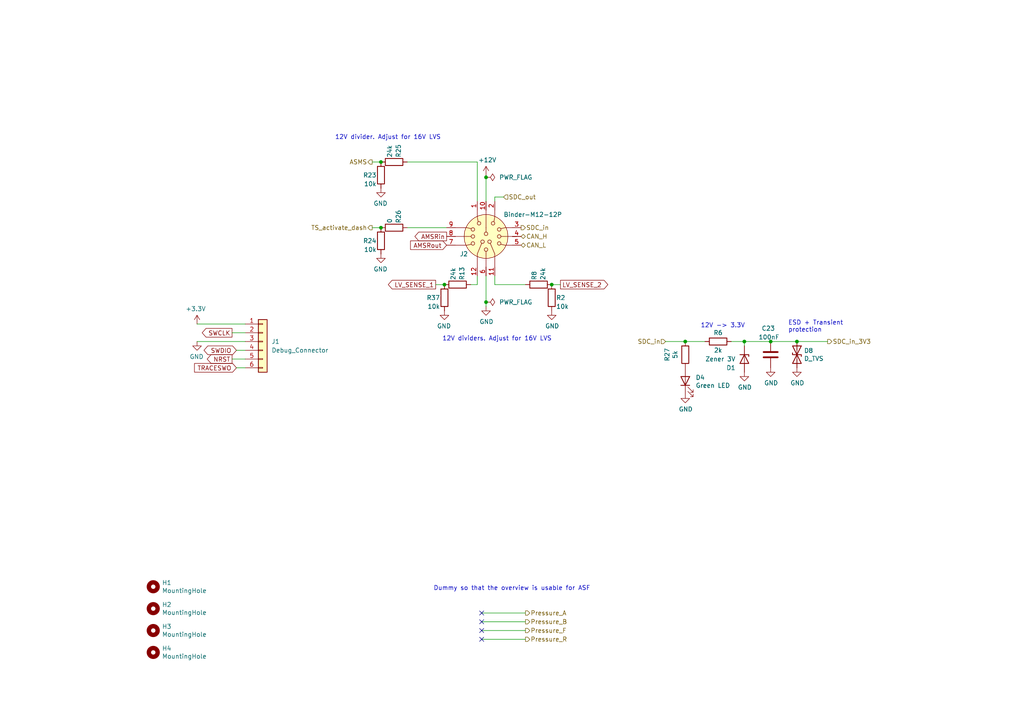
<source format=kicad_sch>
(kicad_sch (version 20211123) (generator eeschema)
  (paper "A4")
  (title_block (title "SDCL - Connections") (date "2021-12-16") (rev "v1.0") (company "FaSTTUBe - Formula Student Team TU Berlin") (comment 1 "Car 113") (comment 2 "EBS Electronics") (comment 3 "Electrical connections: Power, Programming, Buttons, CAN, SDC"))
  (lib_symbols
    (symbol "Connector_Generic:Conn_01x06" (pin_names (offset 1.016) hide)
      (property "Reference" "J" (at 0 7.62 0))
      (property "Value" "Conn_01x06" (at 0 -10.16 0))
      (symbol "Conn_01x06_1_1"
        (rectangle (start -1.27 -7.493) (end 0 -7.747) (stroke (width 0.1524)))
        (rectangle (start -1.27 -4.953) (end 0 -5.207) (stroke (width 0.1524)))
        (rectangle (start -1.27 -2.413) (end 0 -2.667) (stroke (width 0.1524)))
        (rectangle (start -1.27 0.127) (end 0 -0.127) (stroke (width 0.1524)))
        (rectangle (start -1.27 2.667) (end 0 2.413) (stroke (width 0.1524)))
        (rectangle (start -1.27 5.207) (end 0 4.953) (stroke (width 0.1524)))
        (rectangle (start -1.27 6.35) (end 1.27 -8.89) (stroke (width 0.254)) (fill (type background)))
        (pin passive line (at -5.08 5.08 0) (length 3.81) (name "Pin_1") (number "1"))
        (pin passive line (at -5.08 2.54 0) (length 3.81) (name "Pin_2") (number "2"))
        (pin passive line (at -5.08 0 0) (length 3.81) (name "Pin_3") (number "3"))
        (pin passive line (at -5.08 -2.54 0) (length 3.81) (name "Pin_4") (number "4"))
        (pin passive line (at -5.08 -5.08 0) (length 3.81) (name "Pin_5") (number "5"))
        (pin passive line (at -5.08 -7.62 0) (length 3.81) (name "Pin_6") (number "6"))
      )
    )
    (symbol "Custom:Binder-M12-12P" (pin_names (offset 1.016))
      (property "Reference" "J" (at -6.985 -5.715 0))
      (property "Value" "Binder-M12-12P" (at 4.572 6.858 0))
      (symbol "Binder-M12-12P_0_1"
        (circle (center -3.81 2.032) (radius 0.508))
        (circle (center -1.016 -1.524) (radius 0.508))
        (circle (center 0 -3.81) (radius 0.508))
        (polyline (pts (xy -8.89 -2.54) (xy -6.35 -2.54)))
        (polyline (pts (xy -8.89 2.54) (xy -6.35 2.54)))
        (polyline (pts (xy -2.54 -5.08) (xy -2.54 -8.89)))
        (polyline (pts (xy -2.54 6.35) (xy -2.54 7.62)))
        (polyline (pts (xy -1.2446 -1.9558) (xy -2.54 -5.08)))
        (polyline (pts (xy 0 -4.318) (xy 0 -8.89)))
        (polyline (pts (xy 0 2.54) (xy 0 1.27)))
        (polyline (pts (xy 0 2.54) (xy 0 7.62)))
        (polyline (pts (xy 1.2192 -1.9812) (xy 2.54 -5.08)))
        (polyline (pts (xy 2.54 -5.08) (xy 2.54 -8.89)))
        (polyline (pts (xy 2.54 6.35) (xy 2.54 7.62)))
        (polyline (pts (xy 6.35 -2.54) (xy 7.62 -2.54)))
        (polyline (pts (xy 6.35 2.54) (xy 7.62 2.54)))
        (polyline (pts (xy -6.35 2.54) (xy -5.588 2.54) (xy -4.318 2.286)))
        (polyline (pts (xy 6.35 2.54) (xy 5.588 2.54) (xy 4.318 2.286)))
        (circle (center 0 0) (radius 6.35) (fill (type background)))
        (circle (center 0 0.762) (radius 0.508))
        (circle (center 1.016 -1.524) (radius 0.508))
        (circle (center 3.81 2.032) (radius 0.508))
      )
      (symbol "Binder-M12-12P_1_1"
        (circle (center -3.81 -2.032) (radius 0.508))
        (circle (center -3.81 0) (radius 0.508))
        (circle (center -2.032 3.81) (radius 0.508))
        (polyline (pts (xy -4.318 0) (xy -8.89 0)))
        (polyline (pts (xy 4.318 0) (xy 8.89 0)))
        (polyline (pts (xy -6.35 -2.54) (xy -5.588 -2.54) (xy -4.318 -2.286)))
        (polyline (pts (xy -2.54 6.35) (xy -2.54 5.588) (xy -2.286 4.318)))
        (polyline (pts (xy 2.54 6.35) (xy 2.54 5.588) (xy 2.286 4.318)))
        (polyline (pts (xy 6.35 -2.54) (xy 5.588 -2.54) (xy 4.318 -2.286)))
        (circle (center 2.032 3.81) (radius 0.508))
        (circle (center 3.81 -2.032) (radius 0.508))
        (circle (center 3.81 0) (radius 0.508))
        (pin passive line (at -2.54 10.16 270) (length 2.54) (name "~") (number "1"))
        (pin passive line (at 0 10.16 270) (length 2.54) (name "~") (number "10"))
        (pin passive line (at 2.54 -11.43 90) (length 2.54) (name "~") (number "11"))
        (pin passive line (at -2.54 -11.43 90) (length 2.54) (name "~") (number "12"))
        (pin passive line (at 2.54 10.16 270) (length 2.54) (name "~") (number "2"))
        (pin passive line (at 10.16 2.54 180) (length 2.54) (name "~") (number "3"))
        (pin passive line (at 10.16 0 180) (length 2.54) (name "~") (number "4"))
        (pin passive line (at 10.16 -2.54 180) (length 2.54) (name "~") (number "5"))
        (pin passive line (at 0 -11.43 90) (length 2.54) (name "~") (number "6"))
        (pin passive line (at -11.43 -2.54 0) (length 2.54) (name "~") (number "7"))
        (pin passive line (at -11.43 0 0) (length 2.54) (name "~") (number "8"))
        (pin passive line (at -11.43 2.54 0) (length 2.54) (name "~") (number "9"))
      )
    )
    (symbol "Device:C" (pin_numbers hide) (pin_names (offset 0.254))
      (property "Reference" "C" (at 0.635 2.54 0))
      (property "Value" "C" (at 0.635 -2.54 0))
      (symbol "C_0_1"
        (polyline (pts (xy -2.032 -0.762) (xy 2.032 -0.762)) (stroke (width 0.508)))
        (polyline (pts (xy -2.032 0.762) (xy 2.032 0.762)) (stroke (width 0.508)))
      )
      (symbol "C_1_1"
        (pin passive line (at 0 3.81 270) (length 2.794) (name "~") (number "1"))
        (pin passive line (at 0 -3.81 90) (length 2.794) (name "~") (number "2"))
      )
    )
    (symbol "Device:D_TVS" (pin_numbers hide) (pin_names (offset 1.016) hide)
      (property "Reference" "D" (at 0 2.54 0))
      (property "Value" "D_TVS" (at 0 -2.54 0))
      (symbol "D_TVS_0_1"
        (polyline (pts (xy 1.27 0) (xy -1.27 0)))
        (polyline (pts (xy 0.508 1.27) (xy 0 1.27) (xy 0 -1.27) (xy -0.508 -1.27)) (stroke (width 0.254)))
        (polyline (pts (xy -2.54 1.27) (xy -2.54 -1.27) (xy 2.54 1.27) (xy 2.54 -1.27) (xy -2.54 1.27)) (stroke (width 0.254)))
      )
      (symbol "D_TVS_1_1"
        (pin passive line (at -3.81 0 0) (length 2.54) (name "A1") (number "1"))
        (pin passive line (at 3.81 0 180) (length 2.54) (name "A2") (number "2"))
      )
    )
    (symbol "Device:D_Zener" (pin_numbers hide) (pin_names (offset 1.016) hide)
      (property "Reference" "D" (at 0 2.54 0))
      (property "Value" "D_Zener" (at 0 -2.54 0))
      (symbol "D_Zener_0_1"
        (polyline (pts (xy 1.27 0) (xy -1.27 0)))
        (polyline (pts (xy -1.27 -1.27) (xy -1.27 1.27) (xy -0.762 1.27)) (stroke (width 0.254)))
        (polyline (pts (xy 1.27 -1.27) (xy 1.27 1.27) (xy -1.27 0) (xy 1.27 -1.27)) (stroke (width 0.254)))
      )
      (symbol "D_Zener_1_1"
        (pin passive line (at -3.81 0 0) (length 2.54) (name "K") (number "1"))
        (pin passive line (at 3.81 0 180) (length 2.54) (name "A") (number "2"))
      )
    )
    (symbol "Device:LED" (pin_numbers hide) (pin_names (offset 1.016) hide)
      (property "Reference" "D" (at 0 2.54 0))
      (property "Value" "LED" (at 0 -2.54 0))
      (symbol "LED_0_1"
        (polyline (pts (xy -1.27 -1.27) (xy -1.27 1.27)) (stroke (width 0.254)))
        (polyline (pts (xy -1.27 0) (xy 1.27 0)))
        (polyline (pts (xy 1.27 -1.27) (xy 1.27 1.27) (xy -1.27 0) (xy 1.27 -1.27)) (stroke (width 0.254)))
        (polyline (pts (xy -3.048 -0.762) (xy -4.572 -2.286) (xy -3.81 -2.286) (xy -4.572 -2.286) (xy -4.572 -1.524)))
        (polyline (pts (xy -1.778 -0.762) (xy -3.302 -2.286) (xy -2.54 -2.286) (xy -3.302 -2.286) (xy -3.302 -1.524)))
      )
      (symbol "LED_1_1"
        (pin passive line (at -3.81 0 0) (length 2.54) (name "K") (number "1"))
        (pin passive line (at 3.81 0 180) (length 2.54) (name "A") (number "2"))
      )
    )
    (symbol "Device:R" (pin_numbers hide) (pin_names (offset 0))
      (property "Reference" "R" (at 2.032 0 90))
      (property "Value" "R" (at 0 0 90))
      (symbol "R_0_1"
        (rectangle (start -1.016 -2.54) (end 1.016 2.54) (stroke (width 0.254)))
      )
      (symbol "R_1_1"
        (pin passive line (at 0 3.81 270) (length 1.27) (name "~") (number "1"))
        (pin passive line (at 0 -3.81 90) (length 1.27) (name "~") (number "2"))
      )
    )
    (symbol "Mechanical:MountingHole" (pin_names (offset 1.016))
      (property "Reference" "H" (at 0 5.08 0))
      (property "Value" "MountingHole" (at 0 3.175 0))
      (symbol "MountingHole_0_1"
        (circle (center 0 0) (radius 1.27) (stroke (width 1.27)))
      )
    )
    (symbol "power:+12V" (power) (pin_names (offset 0))
      (property "Value" "+12V" (at 0 3.556 0))
      (symbol "+12V_0_1"
        (polyline (pts (xy -0.762 1.27) (xy 0 2.54)))
        (polyline (pts (xy 0 0) (xy 0 2.54)))
        (polyline (pts (xy 0 2.54) (xy 0.762 1.27)))
      )
      (symbol "+12V_1_1"
        (pin power_in line (at 0 0 90) (length 0) hide (name "+12V") (number "1"))
      )
    )
    (symbol "power:+3.3V" (power) (pin_names (offset 0))
      (property "Value" "+3.3V" (at 0 3.556 0))
      (symbol "+3.3V_0_1"
        (polyline (pts (xy -0.762 1.27) (xy 0 2.54)))
        (polyline (pts (xy 0 0) (xy 0 2.54)))
        (polyline (pts (xy 0 2.54) (xy 0.762 1.27)))
      )
      (symbol "+3.3V_1_1"
        (pin power_in line (at 0 0 90) (length 0) hide (name "+3.3V") (number "1"))
      )
    )
    (symbol "power:GND" (power) (pin_names (offset 0))
      (property "Value" "GND" (at 0 -3.81 0))
      (symbol "GND_0_1"
        (polyline (pts (xy 0 0) (xy 0 -1.27) (xy 1.27 -1.27) (xy 0 -2.54) (xy -1.27 -1.27) (xy 0 -1.27)))
      )
      (symbol "GND_1_1"
        (pin power_in line (at 0 0 270) (length 0) hide (name "GND") (number "1"))
      )
    )
    (symbol "power:PWR_FLAG" (power) (pin_numbers hide) (pin_names (offset 0) hide)
      (property "Value" "PWR_FLAG" (at 0 3.81 0))
      (symbol "PWR_FLAG_0_0"
        (pin power_out line (at 0 0 90) (length 0) (name "pwr") (number "1"))
      )
      (symbol "PWR_FLAG_0_1"
        (polyline (pts (xy 0 0) (xy 0 1.27) (xy -1.016 1.905) (xy 0 2.54) (xy 1.016 1.905) (xy 0 1.27)))
      )
    )
  )
  (junction (at 215.9 99.06))
  (junction (at 231.14 99.06))
  (junction (at 110.49 66.04))
  (junction (at 140.97 51.435))
  (junction (at 128.905 82.55))
  (junction (at 110.49 46.99))
  (junction (at 198.755 99.06))
  (junction (at 160.02 82.55))
  (junction (at 223.52 99.06))
  (junction (at 140.97 87.63))
  (no_connect (at 139.7 185.42))
  (no_connect (at 139.7 180.34))
  (no_connect (at 139.7 177.8))
  (no_connect (at 139.7 182.88))
  (wire (pts (xy 140.97 87.63) (xy 140.97 88.9)))
  (wire (pts (xy 68.58 101.6) (xy 71.12 101.6)))
  (wire (pts (xy 68.58 106.68) (xy 71.12 106.68)))
  (wire (pts (xy 215.9 99.06) (xy 223.52 99.06)))
  (wire (pts (xy 67.31 104.14) (xy 71.12 104.14)))
  (wire (pts (xy 215.9 100.33) (xy 215.9 99.06)))
  (wire (pts (xy 223.52 99.06) (xy 231.14 99.06)))
  (wire (pts (xy 118.11 46.99) (xy 138.43 46.99)))
  (wire (pts (xy 107.95 66.04) (xy 110.49 66.04)))
  (wire (pts (xy 198.755 99.06) (xy 204.47 99.06)))
  (wire (pts (xy 57.15 93.98) (xy 71.12 93.98)))
  (wire (pts (xy 139.7 177.8) (xy 152.4 177.8)))
  (wire (pts (xy 136.525 82.55) (xy 138.43 82.55)))
  (wire (pts (xy 126.365 82.55) (xy 128.905 82.55)))
  (wire (pts (xy 193.04 99.06) (xy 198.755 99.06)))
  (wire (pts (xy 140.97 80.01) (xy 140.97 87.63)))
  (wire (pts (xy 143.51 57.15) (xy 146.05 57.15)))
  (wire (pts (xy 57.15 99.06) (xy 71.12 99.06)))
  (wire (pts (xy 118.11 66.04) (xy 129.54 66.04)))
  (wire (pts (xy 143.51 82.55) (xy 152.4 82.55)))
  (wire (pts (xy 143.51 58.42) (xy 143.51 57.15)))
  (wire (pts (xy 138.43 46.99) (xy 138.43 58.42)))
  (wire (pts (xy 107.95 46.99) (xy 110.49 46.99)))
  (wire (pts (xy 143.51 80.01) (xy 143.51 82.55)))
  (wire (pts (xy 140.97 50.8) (xy 140.97 51.435)))
  (wire (pts (xy 139.7 185.42) (xy 152.4 185.42)))
  (wire (pts (xy 139.7 180.34) (xy 152.4 180.34)))
  (wire (pts (xy 138.43 82.55) (xy 138.43 80.01)))
  (wire (pts (xy 162.56 82.55) (xy 160.02 82.55)))
  (wire (pts (xy 67.31 96.52) (xy 71.12 96.52)))
  (wire (pts (xy 231.14 99.06) (xy 240.03 99.06)))
  (wire (pts (xy 212.09 99.06) (xy 215.9 99.06)))
  (wire (pts (xy 140.97 51.435) (xy 140.97 58.42)))
  (wire (pts (xy 139.7 182.88) (xy 152.4 182.88)))
  (text "Dummy so that the overview is usable for ASF" (at 125.73 171.45 0) (effects (font (size 1.27 1.27)) (justify left bottom)))
  (text "12V -> 3.3V" (at 203.2 95.25 0) (effects (font (size 1.27 1.27)) (justify left bottom)))
  (text "12V dividers. Adjust for 16V LVS" (at 128.27 99.06 0) (effects (font (size 1.27 1.27)) (justify left bottom)))
  (text "ESD + Transient\nprotection" (at 228.6 96.52 0) (effects (font (size 1.27 1.27)) (justify left bottom)))
  (text "12V divider. Adjust for 16V LVS" (at 97.155 40.64 0) (effects (font (size 1.27 1.27)) (justify left bottom)))
  (global_label "LV_SENSE_2" (shape output) (at 162.56 82.55 0) (property "Intersheet References" "${INTERSHEET_REFS}" (effects hide)))
  (global_label "AMSRin" (shape output) (at 129.54 68.58 180) (property "Intersheet References" "${INTERSHEET_REFS}" (effects hide)))
  (global_label "AMSRout" (shape input) (at 129.54 71.12 180) (property "Intersheet References" "${INTERSHEET_REFS}" (effects hide)))
  (global_label "LV_SENSE_1" (shape output) (at 126.365 82.55 180) (property "Intersheet References" "${INTERSHEET_REFS}" (effects hide)))
  (global_label "TRACESWO" (shape input) (at 68.58 106.68 180) (property "Intersheet References" "${INTERSHEET_REFS}" (effects hide)))
  (global_label "NRST" (shape output) (at 67.31 104.14 180) (property "Intersheet References" "${INTERSHEET_REFS}" (effects hide)))
  (global_label "SWCLK" (shape output) (at 67.31 96.52 180) (property "Intersheet References" "${INTERSHEET_REFS}" (effects hide)))
  (global_label "SWDIO" (shape bidirectional) (at 68.58 101.6 180) (property "Intersheet References" "${INTERSHEET_REFS}" (effects hide)))
  (hierarchical_label "SDC_in_3V3" (shape output) (at 240.03 99.06 0))
  (hierarchical_label "Pressure_R" (shape output) (at 152.4 185.42 0))
  (hierarchical_label "SDC_out" (shape input) (at 146.05 57.15 0))
  (hierarchical_label "TS_activate_dash" (shape output) (at 107.95 66.04 180))
  (hierarchical_label "Pressure_B" (shape output) (at 152.4 180.34 0))
  (hierarchical_label "ASMS" (shape output) (at 107.95 46.99 180))
  (hierarchical_label "SDC_in" (shape output) (at 151.13 66.04 0))
  (hierarchical_label "CAN_H" (shape bidirectional) (at 151.13 68.58 0))
  (hierarchical_label "Pressure_F" (shape output) (at 152.4 182.88 0))
  (hierarchical_label "SDC_in" (shape input) (at 193.04 99.06 180))
  (hierarchical_label "CAN_L" (shape bidirectional) (at 151.13 71.12 0))
  (hierarchical_label "Pressure_A" (shape output) (at 152.4 177.8 0))
  (symbol (lib_id "Device:R") (at 208.28 99.06 90) (mirror x) (unit 1)
    (property "Reference" "R6" (at 208.28 96.52 90))
    (property "Value" "2k" (at 208.28 101.6 90))
    (property "Footprint" "Resistor_SMD:R_0603_1608Metric_Pad0.98x0.95mm_HandSolder" (effects hide))
  )
  (symbol (lib_id "power:GND") (at 215.9 107.95 0) (unit 1)
    (property "Reference" "#PWR0101" (effects hide))
    (property "Value" "GND" (at 216.027 112.3442 0))
  )
  (symbol (lib_id "power:GND") (at 231.14 106.68 0) (unit 1)
    (property "Reference" "#PWR0102" (effects hide))
    (property "Value" "GND" (at 231.267 111.0742 0))
  )
  (symbol (lib_id "Device:C") (at 223.52 102.87 180) (unit 1)
    (property "Reference" "C23" (at 224.79 95.25 0) (effects (justify left)))
    (property "Value" "100nF" (at 226.06 97.79 0) (effects (justify left)))
    (property "Footprint" "Capacitor_SMD:C_0603_1608Metric_Pad1.08x0.95mm_HandSolder" (effects hide))
  )
  (symbol (lib_id "power:GND") (at 223.52 106.68 0) (unit 1)
    (property "Reference" "#PWR0104" (effects hide))
    (property "Value" "GND" (at 223.647 111.0742 0))
  )
  (symbol (lib_id "Device:D_TVS") (at 231.14 102.87 270) (unit 1)
    (property "Reference" "D8" (at 233.172 101.7016 90) (effects (justify left)))
    (property "Value" "D_TVS" (at 233.172 104.013 90) (effects (justify left)))
    (property "Footprint" "Diode_SMD:D_SOD-323_HandSoldering" (effects hide))
  )
  (symbol (lib_id "Mechanical:MountingHole") (at 44.45 170.18 0) (unit 1)
    (property "Reference" "H1" (at 46.99 169.0116 0) (effects (justify left)))
    (property "Value" "MountingHole" (at 46.99 171.323 0) (effects (justify left)))
    (property "Footprint" "MountingHole:MountingHole_3.2mm_M3" (effects hide))
  )
  (symbol (lib_id "Mechanical:MountingHole") (at 44.45 176.53 0) (unit 1)
    (property "Reference" "H2" (at 46.99 175.3616 0) (effects (justify left)))
    (property "Value" "MountingHole" (at 46.99 177.673 0) (effects (justify left)))
    (property "Footprint" "MountingHole:MountingHole_3.2mm_M3" (effects hide))
  )
  (symbol (lib_id "Mechanical:MountingHole") (at 44.45 182.88 0) (unit 1)
    (property "Reference" "H3" (at 46.99 181.7116 0) (effects (justify left)))
    (property "Value" "MountingHole" (at 46.99 184.023 0) (effects (justify left)))
    (property "Footprint" "MountingHole:MountingHole_3.2mm_M3" (effects hide))
  )
  (symbol (lib_id "power:+12V") (at 140.97 50.8 0) (unit 1)
    (property "Reference" "#PWR0106" (effects hide))
    (property "Value" "+12V" (at 141.351 46.4058 0))
  )
  (symbol (lib_id "power:+3.3V") (at 57.15 93.98 0) (mirror y) (unit 1)
    (property "Reference" "#PWR0141" (effects hide))
    (property "Value" "+3.3V" (at 56.769 89.5858 0))
  )
  (symbol (lib_id "power:GND") (at 57.15 99.06 0) (mirror y) (unit 1)
    (property "Reference" "#PWR0164" (effects hide))
    (property "Value" "GND" (at 57.023 103.4542 0))
  )
  (symbol (lib_id "power:GND") (at 140.97 88.9 0) (unit 1)
    (property "Reference" "#PWR0110" (effects hide))
    (property "Value" "GND" (at 141.097 93.2942 0))
  )
  (symbol (lib_id "Custom:Binder-M12-12P") (at 140.97 68.58 0) (unit 1)
    (property "Reference" "J2" (at 133.35 73.66 0) (effects (justify left)))
    (property "Value" "Binder-M12-12P" (at 146.05 62.23 0) (effects (justify left)))
    (property "Footprint" "Custom:Binder_M12-A_12P_Female" (effects hide))
    (property "Datasheet" "http://www.mouser.com/ds/2/18/40_c091_abd_e-75918.pdf" (effects hide))
  )
  (symbol (lib_id "Device:D_Zener") (at 215.9 104.14 270) (unit 1)
    (property "Reference" "D1" (at 213.36 106.68 90) (effects (justify right)))
    (property "Value" "Zener 3V" (at 213.36 104.14 90) (effects (justify right)))
    (property "Footprint" "Diode_SMD:D_SOD-323_HandSoldering" (effects hide))
  )
  (symbol (lib_id "Device:R") (at 198.755 102.87 180) (unit 1)
    (property "Reference" "R27" (at 193.4972 102.87 90))
    (property "Value" "5k" (at 195.8086 102.87 90))
    (property "Footprint" "Resistor_SMD:R_0603_1608Metric_Pad0.98x0.95mm_HandSolder" (effects hide))
  )
  (symbol (lib_id "power:GND") (at 110.49 73.66 0) (mirror y) (unit 1)
    (property "Reference" "#PWR011" (effects hide))
    (property "Value" "GND" (at 110.363 78.0542 0))
  )
  (symbol (lib_id "power:GND") (at 128.905 90.17 0) (mirror y) (unit 1)
    (property "Reference" "#PWR0111" (effects hide))
    (property "Value" "GND" (at 128.778 94.5642 0))
  )
  (symbol (lib_id "Device:R") (at 114.3 66.04 270) (mirror x) (unit 1)
    (property "Reference" "R26" (at 115.57 64.77 0) (effects (justify left)))
    (property "Value" "0" (at 113.03 64.77 0) (effects (justify left)))
    (property "Footprint" "Resistor_SMD:R_0603_1608Metric_Pad0.98x0.95mm_HandSolder" (effects hide))
  )
  (symbol (lib_id "power:GND") (at 160.02 90.17 0) (unit 1)
    (property "Reference" "#PWR0114" (effects hide))
    (property "Value" "GND" (at 160.147 94.5642 0))
  )
  (symbol (lib_id "Device:R") (at 156.21 82.55 90) (unit 1)
    (property "Reference" "R8" (at 154.94 81.28 0) (effects (justify left)))
    (property "Value" "24k" (at 157.48 81.28 0) (effects (justify left)))
    (property "Footprint" "Resistor_SMD:R_0603_1608Metric_Pad0.98x0.95mm_HandSolder" (effects hide))
  )
  (symbol (lib_id "Device:R") (at 132.715 82.55 270) (mirror x) (unit 1)
    (property "Reference" "R13" (at 133.985 81.28 0) (effects (justify left)))
    (property "Value" "24k" (at 131.445 81.28 0) (effects (justify left)))
    (property "Footprint" "Resistor_SMD:R_0603_1608Metric_Pad0.98x0.95mm_HandSolder" (effects hide))
  )
  (symbol (lib_id "Device:LED") (at 198.755 110.49 90) (unit 1)
    (property "Reference" "D4" (at 201.7522 109.4994 90) (effects (justify right)))
    (property "Value" "Green LED" (at 201.7522 111.8108 90) (effects (justify right)))
    (property "Footprint" "Diode_SMD:D_0603_1608Metric_Pad1.05x0.95mm_HandSolder" (effects hide))
  )
  (symbol (lib_id "Device:R") (at 110.49 69.85 0) (mirror y) (unit 1)
    (property "Reference" "R24" (at 109.22 69.85 0) (effects (justify left)))
    (property "Value" "10k" (at 109.22 72.39 0) (effects (justify left)))
    (property "Footprint" "Resistor_SMD:R_0603_1608Metric_Pad0.98x0.95mm_HandSolder" (effects hide))
  )
  (symbol (lib_id "Device:R") (at 128.905 86.36 0) (mirror y) (unit 1)
    (property "Reference" "R37" (at 127.635 86.36 0) (effects (justify left)))
    (property "Value" "10k" (at 127.635 88.9 0) (effects (justify left)))
    (property "Footprint" "Resistor_SMD:R_0603_1608Metric_Pad0.98x0.95mm_HandSolder" (effects hide))
  )
  (symbol (lib_id "power:PWR_FLAG") (at 140.97 51.435 270) (unit 1)
    (property "Reference" "#FLG0102" (effects hide))
    (property "Value" "PWR_FLAG" (at 144.78 51.4349 90) (effects (justify left)))
  )
  (symbol (lib_id "Mechanical:MountingHole") (at 44.45 189.23 0) (unit 1)
    (property "Reference" "H4" (at 46.99 188.0616 0) (effects (justify left)))
    (property "Value" "MountingHole" (at 46.99 190.373 0) (effects (justify left)))
    (property "Footprint" "MountingHole:MountingHole_3.2mm_M3" (effects hide))
  )
  (symbol (lib_id "Device:R") (at 110.49 50.8 0) (mirror y) (unit 1)
    (property "Reference" "R23" (at 109.22 50.8 0) (effects (justify left)))
    (property "Value" "10k" (at 109.22 53.34 0) (effects (justify left)))
    (property "Footprint" "Resistor_SMD:R_0603_1608Metric_Pad0.98x0.95mm_HandSolder" (effects hide))
  )
  (symbol (lib_id "power:PWR_FLAG") (at 140.97 87.63 270) (unit 1)
    (property "Reference" "#FLG0103" (effects hide))
    (property "Value" "PWR_FLAG" (at 144.78 87.6299 90) (effects (justify left)))
  )
  (symbol (lib_id "power:GND") (at 110.49 54.61 0) (mirror y) (unit 1)
    (property "Reference" "#PWR010" (effects hide))
    (property "Value" "GND" (at 110.363 59.0042 0))
  )
  (symbol (lib_id "Device:R") (at 114.3 46.99 270) (mirror x) (unit 1)
    (property "Reference" "R25" (at 115.57 45.72 0) (effects (justify left)))
    (property "Value" "24k" (at 113.03 45.72 0) (effects (justify left)))
    (property "Footprint" "Resistor_SMD:R_0603_1608Metric_Pad0.98x0.95mm_HandSolder" (effects hide))
  )
  (symbol (lib_id "Connector_Generic:Conn_01x06") (at 76.2 99.06 0) (unit 1)
    (property "Reference" "J1" (at 78.74 99.0599 0) (effects (justify left)))
    (property "Value" "Debug_Connector" (at 78.74 101.5999 0) (effects (justify left)))
    (property "Footprint" "Connector_PinHeader_2.54mm:PinHeader_1x06_P2.54mm_Horizontal" (effects hide))
  )
  (symbol (lib_id "power:GND") (at 198.755 114.3 0) (unit 1)
    (property "Reference" "#PWR012" (effects hide))
    (property "Value" "GND" (at 198.882 118.6942 0))
  )
  (symbol (lib_id "Device:R") (at 160.02 86.36 0) (unit 1)
    (property "Reference" "R2" (at 161.29 86.36 0) (effects (justify left)))
    (property "Value" "10k" (at 161.29 88.9 0) (effects (justify left)))
    (property "Footprint" "Resistor_SMD:R_0603_1608Metric_Pad0.98x0.95mm_HandSolder" (effects hide))
  )
)
</source>
